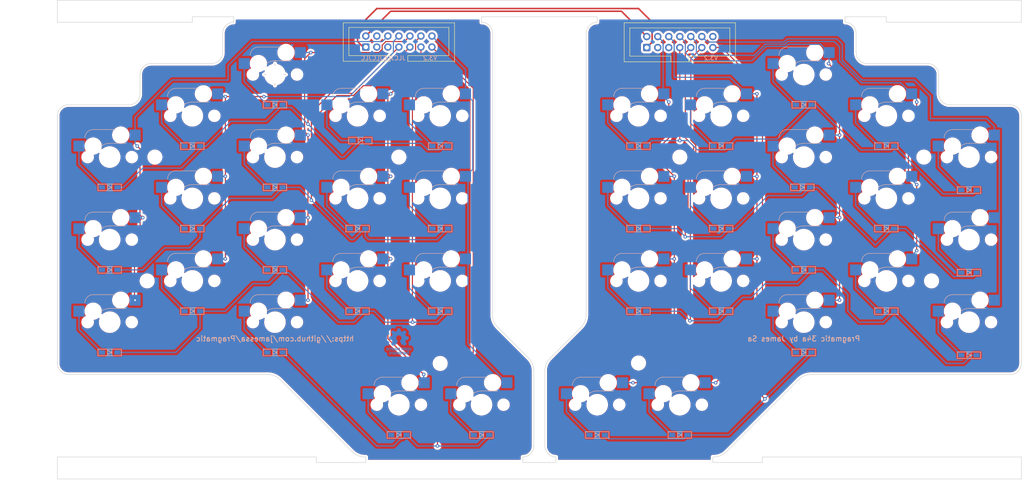
<source format=kicad_pcb>
(kicad_pcb (version 20211014) (generator pcbnew)
  (title_block (title "Pragmatic 34 input module") (date "2022-06-16") (rev "3.1") (company "James Sa"))
  (layers (0 "F.Cu" signal) (31 "B.Cu" signal) (34 "B.Paste" user) (35 "F.Paste" user) (36 "B.SilkS" user "B.Silkscreen") (37 "F.SilkS" user "F.Silkscreen") (38 "B.Mask" user) (39 "F.Mask" user) (44 "Edge.Cuts" user))
  (net 0 "")
  (net 1 "Net-(D1-Pad2)")
  (net 2 "Net-(D6-Pad2)")
  (net 3 "Net-(D2-Pad2)")
  (net 4 "Net-(D7-Pad2)")
  (net 5 "Net-(D12-Pad2)")
  (net 6 "Net-(D8-Pad2)")
  (net 7 "VCC")
  (net 8 "Col3")
  (net 9 "Col2")
  (net 10 "Row3")
  (net 11 "GND")
  (net 12 "Row4")
  (net 13 "Row5")
  (net 14 "Row6")
  (net 15 "Col6")
  (net 16 "Col5")
  (net 17 "Col4")
  (net 18 "Net-(D3-Pad2)")
  (net 19 "Net-(D4-Pad2)")
  (net 20 "Net-(D5-Pad2)")
  (net 21 "Net-(D18-Pad2)")
  (net 22 "Net-(D9-Pad2)")
  (net 23 "Net-(D10-Pad2)")
  (net 24 "Net-(D11-Pad2)")
  (net 25 "Net-(D13-Pad2)")
  (net 26 "Net-(D14-Pad2)")
  (net 27 "Net-(D15-Pad2)")
  (net 28 "Net-(D16-Pad2)")
  (net 29 "Net-(D17-Pad2)")
  (net 30 "Net-(D22-Pad2)")
  (net 31 "Net-(D23-Pad2)")
  (net 32 "Net-(D19-Pad2)")
  (net 33 "Net-(D20-Pad2)")
  (net 34 "Net-(D21-Pad2)")
  (net 35 "Net-(D24-Pad2)")
  (net 36 "Net-(D25-Pad2)")
  (net 37 "Net-(D26-Pad2)")
  (net 38 "Net-(D27-Pad2)")
  (net 39 "Net-(D28-Pad2)")
  (net 40 "Net-(D29-Pad2)")
  (net 41 "Net-(D30-Pad2)")
  (net 42 "Net-(D31-Pad2)")
  (net 43 "Net-(D32-Pad2)")
  (net 44 "Net-(D33-Pad2)")
  (net 45 "Net-(D34-Pad2)")
  (net 46 "Col7")
  (net 47 "Col8")
  (net 48 "Col9")
  (net 49 "Col10")
  (net 50 "Col11")
  (net 51 "Row3'")
  (net 52 "Row4'")
  (net 53 "Row5'")
  (net 54 "Row6'")
  (net 61 "Net-(D37-Pad2)")
  (net 62 "Net-(D38-Pad2)")
  (footprint "Keyboard_JSA:MX_Hotswap" (layer "F.Cu") (at 57.15 76.2)
    (fp_text reference "SW1" hide)
    (fp_text value "SW_Push" hide)
  )
  (footprint "Keyboard_JSA:MX_Hotswap" (layer "F.Cu") (at 198.12 66.675)
    (fp_text reference "SW7" hide)
    (fp_text value "SW_Push" hide)
  )
  (footprint "Keyboard_JSA:MX_Hotswap" (layer "F.Cu") (at 217.17 57.15)
    (fp_text reference "SW8" hide)
    (fp_text value "SW_Push" hide)
  )
  (footprint "Keyboard_JSA:MX_Hotswap" (layer "F.Cu") (at 76.2 66.675)
    (fp_text reference "SW2" hide)
    (fp_text value "SW_Push" hide)
  )
  (footprint "Keyboard_JSA:MX_Hotswap" (layer "F.Cu") (at 95.25 57.15)
    (fp_text reference "SW3" hide)
    (fp_text value "SW_Push" hide)
  )
  (footprint "Keyboard_JSA:MX_Hotswap" (layer "F.Cu") (at 114.3 66.675)
    (fp_text reference "SW4" hide)
    (fp_text value "SW_Push" hide)
  )
  (footprint "Keyboard_JSA:MX_Hotswap" (layer "F.Cu") (at 133.35 66.675)
    (fp_text reference "SW5" hide)
    (fp_text value "SW_Push" hide)
  )
  (footprint "Keyboard_JSA:MX_Hotswap" (layer "F.Cu") (at 236.22 66.675)
    (fp_text reference "SW9" hide)
    (fp_text value "SW_Push" hide)
  )
  (footprint "Keyboard_JSA:MX_Hotswap" (layer "F.Cu") (at 255.27 76.2)
    (fp_text reference "SW10" hide)
    (fp_text value "SW_Push" hide)
  )
  (footprint "Keyboard_JSA:MX_Hotswap" (layer "F.Cu") (at 57.15 95.25)
    (fp_text reference "SW11" hide)
    (fp_text value "SW_Push" hide)
  )
  (footprint "Keyboard_JSA:MX_Hotswap" (layer "F.Cu") (at 95.25 76.2)
    (fp_text reference "SW13" hide)
    (fp_text value "SW_Push" hide)
  )
  (footprint "Keyboard_JSA:MX_Hotswap" (layer "F.Cu") (at 114.3 85.725)
    (fp_text reference "SW14" hide)
    (fp_text value "SW_Push" hide)
  )
  (footprint "Keyboard_JSA:MX_Hotswap" (layer "F.Cu") (at 133.35 85.725)
    (fp_text reference "SW15" hide)
    (fp_text value "SW_Push" hide)
  )
  (footprint "Keyboard_JSA:MX_Hotswap" (layer "F.Cu") (at 179.07 85.725)
    (fp_text reference "SW16" hide)
    (fp_text value "SW_Push" hide)
  )
  (footprint "Keyboard_JSA:MX_Hotswap" (layer "F.Cu") (at 198.12 85.725)
    (fp_text reference "SW17" hide)
    (fp_text value "SW_Push" hide)
  )
  (footprint "Keyboard_JSA:MX_Hotswap" (layer "F.Cu") (at 76.2 104.775)
    (fp_text reference "SW22" hide)
    (fp_text value "SW_Push" hide)
  )
  (footprint "Keyboard_JSA:MX_Hotswap" (layer "F.Cu") (at 95.25 95.25)
    (fp_text reference "SW23" hide)
    (fp_text value "SW_Push" hide)
  )
  (footprint "MountingHole:MountingHole_2.5mm" (layer "F.Cu") (at 67.564 76.2)
    (fp_text reference "H1")
    (fp_text value "MountingHole" hide)
  )
  (footprint "MountingHole:MountingHole_2.5mm" (layer "F.Cu") (at 65.786 104.775)
    (fp_text reference "H2")
    (fp_text value "MountingHole" hide)
  )
  (footprint "MountingHole:MountingHole_2.5mm" (layer "F.Cu") (at 123.825 76.2)
    (fp_text reference "H3")
    (fp_text value "MountingHole")
  )
  (footprint "Connector_IDC:IDC-Header_2x07_P2.54mm_Vertical" (layer "F.Cu") (at 116.205 50.8 90)
    (fp_text reference "J1" hide)
    (fp_text value "Hand-Soldering")
  )
  (footprint "Keyboard_JSA:MX_Hotswap" (layer "F.Cu") (at 217.17 95.25)
    (fp_text reference "SW28" hide)
    (fp_text value "SW_Push" hide)
  )
  (footprint "MountingHole:MountingHole_2.5mm" (layer "F.Cu") (at 179.07 123.7234)
    (fp_text reference "H6")
    (fp_text value "MountingHole" hide)
  )
  (footprint "Keyboard_JSA:MX_Hotswap" (layer "F.Cu") (at 169.545 133.35)
    (fp_text reference "SW33" hide)
    (fp_text value "SW_Push" hide)
  )
  (footprint "Keyboard_JSA:MX_Hotswap" (layer "F.Cu") (at 255.27 95.25)
    (fp_text reference "SW20" hide)
    (fp_text value "SW_Push" hide)
  )
  (footprint "Keyboard_JSA:MX_Hotswap" (layer "F.Cu") (at 236.22 85.725)
    (fp_text reference "SW19" hide)
    (fp_text value "SW_Push" hide)
  )
  (footprint "Keyboard_JSA:MX_Hotswap" (layer "F.Cu") (at 179.07 104.775)
    (fp_text reference "SW26" hide)
    (fp_text value "SW_Push" hide)
  )
  (footprint "Keyboard_JSA:MX_Hotswap" (layer "F.Cu") (at 123.825 133.35)
    (fp_text reference "SW31" hide)
    (fp_text value "SW_Push" hide)
  )
  (footprint "Keyboard_JSA:MX_Hotswap" (layer "F.Cu") (at 188.595 133.35)
    (fp_text reference "SW34" hide)
    (fp_text value "SW_Push" hide)
  )
  (footprint "Keyboard_JSA:MX_Hotswap" (layer "F.Cu") (at 198.12 104.775)
    (fp_text reference "SW27" hide)
    (fp_text value "SW_Push" hide)
  )
  (footprint "Connector_IDC:IDC-Header_2x07_P2.54mm_Vertical" (layer "F.Cu") (at 180.975 50.9175 90)
    (fp_text reference "J2")
    (fp_text value "Hand-Soldering")
  )
  (footprint "Keyboard_JSA:MX_Hotswap" (layer "F.Cu") (at 236.22 104.775)
    (fp_text reference "SW29" hide)
    (fp_text value "SW_Push" hide)
  )
  (footprint "MountingHole:MountingHole_2.5mm" (layer "F.Cu") (at 244.856 76.2)
    (fp_text reference "H4")
    (fp_text value "MountingHole" hide)
  )
  (footprint "Keyboard_JSA:MX_Hotswap" (layer "F.Cu") (at 95.25 114.3)
    (fp_text reference "SW37" hide)
    (fp_text value "SW_Push" hide)
  )
  (footprint "MountingHole:MountingHole_2.5mm" (layer "F.Cu") (at 246.634 104.775)
    (fp_text reference "H7")
    (fp_text value "MountingHole" hide)
  )
  (footprint "Keyboard_JSA:MX_Hotswap" (layer "F.Cu") (at 114.3 104.775)
    (fp_text reference "SW24" hide)
    (fp_text value "SW_Push" hide)
  )
  (footprint "Keyboard_JSA:MX_Hotswap" (layer "F.Cu") (at 57.15 114.3)
    (fp_text reference "SW21" hide)
    (fp_text value "SW_Push" hide)
  )
  (footprint "Keyboard_JSA:MX_Hotswap" (layer "F.Cu") (at 133.35 104.775)
    (fp_text reference "SW25" hide)
    (fp_text value "SW_Push" hide)
  )
  (footprint "Keyboard_JSA:MX_Hotswap" (layer "F.Cu") (at 255.27 114.3)
    (fp_text reference "SW30" hide)
    (fp_text value "SW_Push" hide)
  )
  (footprint "Keyboard_JSA:MX_Hotswap" (layer "F.Cu") (at 76.2 85.725)
    (fp_text reference "SW12" hide)
    (fp_text value "SW_Push" hide)
  )
  (footprint "Keyboard_JSA:MX_Hotswap" (layer "F.Cu") (at 179.07 66.675)
    (fp_text reference "SW6" hide)
    (fp_text value "SW_Push" hide)
  )
  (footprint "MountingHole:MountingHole_2.5mm" (layer "F.Cu") (at 188.595 76.2)
    (fp_text reference "H8")
    (fp_text value "MountingHole" hide)
  )
  (footprint "MountingHole:MountingHole_2.5mm" (layer "F.Cu") (at 133.35 123.825)
    (fp_text reference "H5")
    (fp_text value "MountingHole" hide)
  )
  (footprint "Keyboard_JSA:MX_Hotswap" (layer "F.Cu") (at 217.17 76.2)
    (fp_text reference "SW18" hide)
    (fp_text value "SW_Push" hide)
  )
  (footprint "Keyboard_JSA:MX_Hotswap" (layer "F.Cu") (at 142.875 133.35)
    (fp_text reference "SW32" hide)
    (fp_text value "SW_Push" hide)
  )
  (footprint "Keyboard_JSA:MX_Hotswap" (layer "F.Cu") (at 217.17 114.3)
    (fp_text reference "SW38" hide)
    (fp_text value "SW_Push" hide)
  )
  (footprint "Keyboard_Foostan:D3_SMD_v2" (layer "B.Cu") (at 57.15 83.185 180)
    (fp_text reference "D1" hide)
    (fp_text value "1N4148" hide)
  )
  (footprint "Keyboard_Foostan:D3_SMD_v2" (layer "B.Cu") (at 198.12 73.66 180)
    (fp_text reference "D7" hide)
    (fp_text value "1N4148" hide)
  )
  (footprint "Keyboard_Foostan:D3_SMD_v2" (layer "B.Cu") (at 217.17 64.135 180)
    (fp_text reference "D8" hide)
    (fp_text value "1N4148" hide)
  )
  (footprint "Keyboard_Foostan:D3_SMD_v2" (layer "B.Cu") (at 76.2 73.66 180)
    (fp_text reference "D2" hide)
    (fp_text value "1N4148" hide)
  )
  (footprint "Keyboard_Foostan:D3_SMD_v2" (layer "B.Cu") (at 95.25 64.135 180)
    (fp_text reference "D3" hide)
    (fp_text value "1N4148" hide)
  )
  (footprint "Keyboard_Foostan:D3_SMD_v2" (layer "B.Cu") (at 114.935 72.39 180)
    (fp_text reference "D4" hide)
    (fp_text value "1N4148" hide)
  )
  (footprint "Keyboard_Foostan:D3_SMD_v2" (layer "B.Cu") (at 133.35 73.66 180)
    (fp_text reference "D5" hide)
    (fp_text value "1N4148" hide)
  )
  (footprint "Keyboard_Foostan:D3_SMD_v2" (layer "B.Cu") (at 236.22 73.66 180)
    (fp_text reference "D9" hide)
    (fp_text value "1N4148" hide)
  )
  (footprint "Keyboard_Foostan:D3_SMD_v2" (layer "B.Cu") (at 255.27 83.82 180)
    (fp_text reference "D10" hide)
    (fp_text value "1N4148" hide)
  )
  (footprint "Keyboard_Foostan:D3_SMD_v2" (layer "B.Cu") (at 57.15 102.235 180)
    (fp_text reference "D11" hide)
    (fp_text value "1N4148" hide)
  )
  (footprint "Keyboard_Foostan:D3_SMD_v2" (layer "B.Cu") (at 95.25 83.185 180)
    (fp_text reference "D13" hide)
    (fp_text value "1N4148" hide)
  )
  (footprint "Keyboard_Foostan:D3_SMD_v2" (layer "B.Cu") (at 114.3 92.71 180)
    (fp_text reference "D14" hide)
    (fp_text value "1N4148" hide)
  )
  (footprint "Keyboard_Foostan:D3_SMD_v2" (layer "B.Cu") (at 133.35 92.71 180)
    (fp_text reference "D15" hide)
    (fp_text value "1N4148" hide)
  )
  (footprint "Keyboard_Foostan:D3_SMD_v2" (layer "B.Cu") (at 179.07 92.71 180)
    (fp_text reference "D16" hide)
    (fp_text value "1N4148" hide)
  )
  (footprint "Keyboard_Foostan:D3_SMD_v2" (layer "B.Cu") (at 198.12 92.71 180)
    (fp_text reference "D17" hide)
    (fp_text value "1N4148" hide)
  )
  (footprint "Keyboard_Foostan:D3_SMD_v2" (layer "B.Cu") (at 76.2 111.76 180)
    (fp_text reference "D22" hide)
    (fp_text value "1N4148" hide)
  )
  (footprint "Keyboard_Foostan:D3_SMD_v2" (layer "B.Cu") (at 95.25 102.235 180)
    (fp_text reference "D23" hide)
    (fp_text value "1N4148" hide)
  )
  (footprint "Keyboard_Foostan:D3_SMD_v2" (layer "B.Cu") (at 198.12 111.76 180)
    (fp_text reference "D27" hide)
    (fp_text value "1N4148" hide)
  )
  (footprint "Keyboard_Foostan:D3_SMD_v2" (layer "B.Cu") (at 255.27 102.87 180)
    (fp_text reference "D20" hide)
    (fp_text value "1N4148" hide)
  )
  (footprint "Keyboard_Foostan:D3_SMD_v2" (layer "B.Cu") (at 57.15 121.285 180)
    (fp_text reference "D21" hide)
    (fp_text value "1N4148" hide)
  )
  (footprint "Keyboard_Foostan:D3_SMD_v2" (layer "B.Cu") (at 217.17 102.235 180)
    (fp_text reference "D28" hide)
    (fp_text value "1N4148" hide)
  )
  (footprint "Keyboard_Foostan:D3_SMD_v2" (layer "B.Cu") (at 133.35 111.76 180)
    (fp_text reference "D25" hide)
    (fp_text value "1N4148" hide)
  )
  (footprint "Keyboard_Foostan:D3_SMD_v2" (layer "B.Cu") (at 76.2 92.71 180)
    (fp_text reference "D12" hide)
    (fp_text value "1N4148" hide)
  )
  (footprint "Keyboard_Foostan:D3_SMD_v2" (layer "B.Cu") (at 169.545 140.335 180)
    (fp_text reference "D33" hide)
    (fp_text value "1N4148" hide)
  )
  (footprint "Keyboard_Foostan:D3_SMD_v2" (layer "B.Cu") (at 179.07 111.76 180)
    (fp_text reference "D26" hide)
    (fp_text value "1N4148" hide)
  )
  (footprint "Keyboard_Foostan:D3_SMD_v2" (layer "B.Cu") (at 142.875 140.335 180)
    (fp_text reference "D32" hide)
    (fp_text value "1N4148" hide)
  )
  (footprint "Keyboard_Foostan:D3_SMD_v2" (layer "B.Cu") (at 114.3 111.76 180)
    (fp_text reference "D24" hide)
    (fp_text value "1N4148" hide)
  )
  (footprint "Keyboard_Foostan:D3_SMD_v2" (layer "B.Cu") (at 236.22 111.76 180)
    (fp_text reference "D29" hide)
    (fp_text value "1N4148" hide)
  )
  (footprint "Keyboard_Foostan:D3_SMD_v2" (layer "B.Cu") (at 188.595 140.335 180)
    (fp_text reference "D34" hide)
    (fp_text value "1N4148" hide)
  )
  (footprint "Symbol:KiCad-Logo2_5mm_Copper" (layer "B.Cu") (at 188.600617 119.801468 180)
    (fp_text reference "REF**" hide)
    (fp_text value "KiCad-Logo2_5mm_Copper" hide)
  )
  (footprint "Keyboard_Foostan:D3_SMD_v2" (layer "B.Cu") (at 236.22 92.71 180)
    (fp_text reference "D19" hide)
    (fp_text value "1N4148" hide)
  )
  (footprint "Keyboard_Foostan:D3_SMD_v2" (layer "B.Cu") (at 123.825 140.335 180)
    (fp_text reference "D31" hide)
    (fp_text value "1N4148" hide)
  )
  (footprint "Keyboard_Foostan:D3_SMD_v2" (layer "B.Cu") (at 95.25 121.285 180)
    (fp_text reference "D37" hide)
    (fp_text value "1N4148" hide)
  )
  (footprint "Keyboard_Foostan:D3_SMD_v2" (layer "B.Cu") (at 216.85 83.185 180)
    (fp_text reference "D18" hide)
    (fp_text value "1N4148" hide)
  )
  (footprint "Symbol:OSHW-Logo_5.7x6mm_Copper" (layer "B.Cu") (at 123.825 118.745 180)
    (fp_text reference "LOGO1" hide)
    (fp_text value "Logo_Open_Hardware_Small" hide)
  )
  (footprint "Keyboard_Foostan:D3_SMD_v2" (layer "B.Cu") (at 255.27 121.92 180)
    (fp_text reference "D30" hide)
    (fp_text value "1N4148" hide)
  )
  (footprint "Keyboard_Foostan:D3_SMD_v2" (layer "B.Cu") (at 179.07 73.66 180)
    (fp_text reference "D6" hide)
    (fp_text value "1N4148" hide)
  )
  (footprint "Keyboard_Foostan:D3_SMD_v2" (layer "B.Cu") (at 217.17 121.285 180)
    (fp_text reference "D38" hide)
    (fp_text value "1N4148" hide)
  )
  (gr_line (start 267.335 145.415) (end 207.645 145.415) (layer "Edge.Cuts") (width 0.12))
  (gr_arc (start 146.685 115.57) (mid 145.710394 114.118342) (end 145.415 112.395) (layer "Edge.Cuts") (width 0.12))
  (gr_line (start 207.645 146.685) (end 207.645 145.415) (layer "Edge.Cuts") (width 0.12))
  (gr_line (start 116.205 146.685) (end 104.775 146.685) (layer "Edge.Cuts") (width 0.12))
  (gr_line (start 45.085 145.415) (end 45.085 150.495) (layer "Edge.Cuts") (width 0.12))
  (gr_arc (start 153.67 122.555) (mid 154.644606 124.006658) (end 154.94 125.73) (layer "Edge.Cuts") (width 0.12))
  (gr_line (start 267.335 40.005) (end 267.335 45.085) (layer "Edge.Cuts") (width 0.12))
  (gr_arc (start 215.9 127.635) (mid 217.351658 126.660394) (end 219.075 126.365) (layer "Edge.Cuts") (width 0.12))
  (gr_arc (start 250.825 64.135) (mid 249.028949 63.391051) (end 248.285 61.595) (layer "Edge.Cuts") (width 0.12))
  (gr_line (start 264.795 64.135) (end 250.825 64.135) (layer "Edge.Cuts") (width 0.12))
  (gr_line (start 45.085 66.675) (end 45.085 123.825) (layer "Edge.Cuts") (width 0.12))
  (gr_arc (start 167.005 112.395) (mid 166.709607 114.118343) (end 165.735 115.57) (layer "Edge.Cuts") (width 0.12))
  (gr_line (start 85.725 45.085) (end 85.725 43.815) (layer "Edge.Cuts") (width 0.12))
  (gr_arc (start 267.335 123.825) (mid 266.591051 125.621051) (end 264.795 126.365) (layer "Edge.Cuts") (width 0.12))
  (gr_line (start 142.875 43.815) (end 169.545 43.815) (layer "Edge.Cuts") (width 0.12))
  (gr_line (start 267.335 123.825) (end 267.335 66.675) (layer "Edge.Cuts") (width 0.12))
  (gr_arc (start 45.085 66.675) (mid 45.828949 64.878949) (end 47.625 64.135) (layer "Edge.Cuts") (width 0.12))
  (gr_line (start 229.235 52.07) (end 229.235 47.625) (layer "Edge.Cuts") (width 0.12))
  (gr_arc (start 116.205 145.415) (mid 114.481658 145.119606) (end 113.03 144.145) (layer "Edge.Cuts") (width 0.12))
  (gr_line (start 267.335 40.005) (end 45.085 40.005) (layer "Edge.Cuts") (width 0.12))
  (gr_line (start 116.205 145.415) (end 116.205 146.685) (layer "Edge.Cuts") (width 0.12))
  (gr_arc (start 93.345 126.365) (mid 95.068342 126.660394) (end 96.52 127.635) (layer "Edge.Cuts") (width 0.12))
  (gr_line (start 215.9 127.635) (end 199.39 144.145) (layer "Edge.Cuts") (width 0.12))
  (gr_line (start 76.2 43.815) (end 76.2 45.085) (layer "Edge.Cuts") (width 0.12))
  (gr_line (start 45.085 45.085) (end 45.085 40.005) (layer "Edge.Cuts") (width 0.12))
  (gr_line (start 152.4 146.685) (end 160.02 146.685) (layer "Edge.Cuts") (width 0.12))
  (gr_arc (start 64.135 61.595) (mid 63.391051 63.391051) (end 61.595 64.135) (layer "Edge.Cuts") (width 0.12))
  (gr_line (start 80.645 54.61) (end 66.675 54.61) (layer "Edge.Cuts") (width 0.12))
  (gr_arc (start 226.695 45.085) (mid 228.491051 45.828949) (end 229.235 47.625) (layer "Edge.Cuts") (width 0.12))
  (gr_line (start 219.075 126.365) (end 264.795 126.365) (layer "Edge.Cuts") (width 0.12))
  (gr_line (start 236.22 43.815) (end 226.695 43.815) (layer "Edge.Cuts") (width 0.12))
  (gr_line (start 113.03 144.145) (end 96.52 127.635) (layer "Edge.Cuts") (width 0.12))
  (gr_arc (start 47.625 126.365) (mid 45.828949 125.621051) (end 45.085 123.825) (layer "Edge.Cuts") (width 0.12))
  (gr_arc (start 83.185 52.07) (mid 82.441051 53.866051) (end 80.645 54.61) (layer "Edge.Cuts") (width 0.12))
  (gr_arc (start 64.135 57.15) (mid 64.878949 55.353949) (end 66.675 54.61) (layer "Edge.Cuts") (width 0.12))
  (gr_line (start 169.545 43.815) (end 169.545 45.085) (layer "Edge.Cuts") (width 0.12))
  (gr_arc (start 160.02 145.415) (mid 158.223949 144.671051) (end 157.48 142.875) (layer "Edge.Cuts") (width 0.12))
  (gr_line (start 61.595 64.135) (end 47.625 64.135) (layer "Edge.Cuts") (width 0.12))
  (gr_line (start 47.625 126.365) (end 93.345 126.365) (layer "Edge.Cuts") (width 0.12))
  (gr_arc (start 264.795 64.135) (mid 266.591051 64.878949) (end 267.335 66.675) (layer "Edge.Cuts") (width 0.12))
  (gr_line (start 104.775 145.415) (end 104.775 146.685) (layer "Edge.Cuts") (width 0.12))
  (gr_arc (start 245.745 54.61) (mid 247.541051 55.353949) (end 248.285 57.15) (layer "Edge.Cuts") (width 0.12))
  (gr_line (start 226.695 43.815) (end 226.695 45.085) (layer "Edge.Cuts") (width 0.12))
  (gr_arc (start 83.185 47.625) (mid 83.928949 45.828949) (end 85.725 45.085) (layer "Edge.Cuts") (width 0.12))
  (gr_arc (start 157.48 125.73) (mid 157.775393 124.006657) (end 158.75 122.555) (layer "Edge.Cuts") (width 0.12))
  (gr_line (start 267.335 45.085) (end 236.22 45.085) (layer "Edge.Cuts") (width 0.12))
  (gr_line (start 157.48 142.875) (end 157.48 125.73) (layer "Edge.Cuts") (width 0.12))
  (gr_line (start 85.725 43.815) (end 76.2 43.815) (layer "Edge.Cuts") (width 0.12))
  (gr_line (start 153.67 122.555) (end 146.685 115.57) (layer "Edge.Cuts") (width 0.12))
  (gr_line (start 152.4 145.415) (end 152.4 146.685) (layer "Edge.Cuts") (width 0.12))
  (gr_arc (start 199.39 144.145) (mid 197.938342 145.119606) (end 196.215 145.415) (layer "Edge.Cuts") (width 0.12))
  (gr_line (start 83.185 47.625) (end 83.185 52.07) (layer "Edge.Cuts") (width 0.12))
  (gr_line (start 167.005 47.625) (end 167.005 112.395) (layer "Edge.Cuts") (width 0.12))
  (gr_line (start 104.775 145.415) (end 45.085 145.415) (layer "Edge.Cuts") (width 0.12))
  (gr_line (start 160.02 146.685) (end 160.02 145.415) (layer "Edge.Cuts") (width 0.12))
  (gr_line (start 196.215 146.685) (end 196.215 145.415) (layer "Edge.Cuts") (width 0.12))
  (gr_line (start 165.735 115.57) (end 158.75 122.555) (layer "Edge.Cuts") (width 0.12))
  (gr_arc (start 231.775 54.61) (mid 229.978949 53.866051) (end 229.235 52.07) (layer "Edge.Cuts") (width 0.12))
  (gr_arc (start 154.94 142.875) (mid 154.196051 144.671051) (end 152.4 145.415) (layer "Edge.Cuts") (width 0.12))
  (gr_line (start 154.94 125.73) (end 154.94 142.875) (layer "Edge.Cuts") (width 0.12))
  (gr_line (start 267.335 150.495) (end 45.085 150.495) (layer "Edge.Cuts") (width 0.12))
  (gr_line (start 267.335 150.495) (end 267.335 145.415) (layer "Edge.Cuts") (width 0.12))
  (gr_line (start 236.22 45.085) (end 236.22 43.815) (layer "Edge.Cuts") (width 0.12))
  (gr_line (start 76.2 45.085) (end 45.085 45.085) (layer "Edge.Cuts") (width 0.12))
  (gr_arc (start 167.005 47.625) (mid 167.748949 45.828949) (end 169.545 45.085) (layer "Edge.Cuts") (width 0.12))
  (gr_line (start 142.875 45.085) (end 142.875 43.815) (layer "Edge.Cuts") (width 0.12))
  (gr_line (start 245.745 54.61) (end 231.775 54.61) (layer "Edge.Cuts") (width 0.12))
  (gr_line (start 64.135 57.15) (end 64.135 61.595) (layer "Edge.Cuts") (width 0.12))
  (gr_line (start 248.285 61.595) (end 248.285 57.15) (layer "Edge.Cuts") (width 0.12))
  (gr_line (start 145.415 112.395) (end 145.415 47.625) (layer "Edge.Cuts") (width 0.12))
  (gr_arc (start 142.875 45.085) (mid 144.671051 45.828949) (end 145.415 47.625) (layer "Edge.Cuts") (width 0.12))
  (gr_line (start 207.645 146.685) (end 196.215 146.685) (layer "Edge.Cuts") (width 0.12))
  (gr_text "Pragmatic 34a by James Sa" (at 217.17 118.11) (layer "B.SilkS") (effects (font (size 1.2 1.2) (thickness 0.2)) (justify mirror)))
  (gr_text "김" (at 68.58 93.98) (layer "B.SilkS") (effects (font (size 1 1)) (justify mirror)))
  (gr_text "JLCJLCJLCJLC" (at 114.935 53.34) (layer "B.SilkS") (effects (font (size 1.016 1)) (justify right mirror)))
  (gr_text "https://github.com/jamessa/Pragmatic" (at 95.25 118.11) (layer "B.SilkS") (effects (font (size 1.2 1.2) (thickness 0.2)) (justify mirror)))
  (gr_text "김" (at 67.31 94.615) (layer "B.SilkS") (effects (font (size 1.5 1.5)) (justify mirror)))
  (gr_text "V3.2" (at 132.715 53.34) (layer "B.SilkS") (effects (font (size 1 1)) (justify left mirror)))
  (gr_text "V3.2" (at 197.485 53.34) (layer "B.SilkS") (effects (font (size 1 1)) (justify left mirror)))
  (target plus (at 95.25 57.15) (size 5) (width 0.12) (layer "Edge.Cuts"))
  (target plus (at 95.25 57.15) (size 5) (width 0.12) (layer "Edge.Cuts"))
  (segment (start 50.065 77.875) (end 55.375 83.185) (width 0.25) (layer "B.Cu") (net 1))
  (segment (start 50.065 73.66) (end 50.065 77.875) (width 0.25) (layer "B.Cu") (net 1))
  (segment (start 171.985 64.135) (end 171.985 68.35) (width 0.25) (layer "B.Cu") (net 2))
  (segment (start 171.985 68.35) (end 177.295 73.66) (width 0.25) (layer "B.Cu") (net 2))
  (segment (start 69.115 64.135) (end 69.115 68.35) (width 0.25) (layer "B.Cu") (net 3))
  (segment (start 69.115 68.35) (end 74.425 73.66) (width 0.25) (layer "B.Cu") (net 3))
  (segment (start 196.345 73.66) (end 191.035 68.35) (width 0.25) (layer "B.Cu") (net 4))
  (segment (start 191.035 68.35) (end 191.035 64.135) (width 0.25) (layer "B.Cu") (net 4))
  (segment (start 69.115 87.4) (end 74.425 92.71) (width 0.25) (layer "B.Cu") (net 5))
  (segment (start 69.115 83.185) (end 69.115 87.4) (width 0.25) (layer "B.Cu") (net 5))
  (segment (start 215.395 64.135) (end 210.085 58.825) (width 0.25) (layer "B.Cu") (net 6))
  (segment (start 210.085 58.825) (end 210.085 54.61) (width 0.25) (layer "B.Cu") (net 6))
  (segment (start 182.2028 45.1272) (end 182.245 45.085) (width 0.3556) (layer "F.Cu") (net 7))
  (segment (start 182.245 45.085) (end 179.07 41.91) (width 0.3556) (layer "F.Cu") (net 7))
  (segment (start 180.975 50.9175) (end 182.2028 49.6897) (width 0.3556) (layer "F.Cu") (net 7))
  (segment (start 114.3 46.355) (end 114.3 49.53) (width 0.3556) (layer "F.Cu") (net 7))
  (segment (start 114.3 49.53) (end 115.57 50.8) (width 0.3556) (layer "F.Cu") (net 7))
  (segment (start 182.2028 49.6897) (end 182.2028 45.1272) (width 0.3556) (layer "F.Cu") (net 7))
  (segment (start 179.07 41.91) (end 118.745 41.91) (width 0.3556) (layer "F.Cu") (net 7))
  (segment (start 115.57 50.8) (end 116.205 50.8) (width 0.3556) (layer "F.Cu") (net 7))
  (segment (start 118.745 41.91) (end 114.3 46.355) (width 0.3556) (layer "F.Cu") (net 7))
  (segment (start 92.71 62.23) (end 83.82 62.23) (width 0.25) (layer "F.Cu") (net 8))
  (segment (start 83.82 80.645) (end 83.82 99.695) (width 0.25) (layer "F.Cu") (net 8))
  (segment (start 83.82 62.23) (end 83.82 80.645) (width 0.25) (layer "F.Cu") (net 8))
  (via (at 92.71 62.23) (size 0.8) (drill 0.4) (layers "F.Cu" "B.Cu") (net 8))
  (via (at 83.82 62.23) (size 0.8) (drill 0.4) (layers "F.Cu" "B.Cu") (net 8))
  (via (at 83.82 80.645) (size 0.8) (drill 0.4) (layers "F.Cu" "B.Cu") (net 8))
  (via (at 83.82 99.695) (size 0.8) (drill 0.4) (layers "F.Cu" "B.Cu") (net 8))
  (segment (start 123.825 48.26) (end 122.555 49.53) (width 0.25) (layer "B.Cu") (net 8))
  (segment (start 83.82 99.695) (end 82.042 99.695) (width 0.25) (layer "B.Cu") (net 8))
  (segment (start 83.82 62.23) (end 82.677 62.23) (width 0.25) (layer "B.Cu") (net 8))
  (segment (start 122.555 52.07) (end 112.395 62.23) (width 0.25) (layer "B.Cu") (net 8))
  (segment (start 83.82 80.645) (end 82.042 80.645) (width 0.25) (layer "B.Cu") (net 8))
  (segment (start 112.395 62.23) (end 92.71 62.23) (width 0.25) (layer "B.Cu") (net 8))
  (segment (start 122.555 49.53) (end 122.555 52.07) (width 0.25) (layer "B.Cu") (net 8))
  (segment (start 82.677 62.23) (end 82.042 61.595) (width 0.25) (layer "B.Cu") (net 8))
  (segment (start 64.135 74.295) (end 64.135 89.535) (width 0.25) (layer "F.Cu") (net 9))
  (segment (start 63.5 73.66) (end 64.135 74.295) (width 0.25) (layer "F.Cu") (net 9))
  (segment (start 62.865 101.6) (end 62.865 109.093) (width 0.25) (layer "F.Cu") (net 9))
  (segment (start 64.160999 100.304001) (end 62.865 101.6) (width 0.25) (layer "F.Cu") (net 9))
  (segment (start 64.135 89.535) (end 64.77 90.17) (width 0.25) (layer "F.Cu") (net 9))
  (segment (start 62.865 109.093) (end 62.992 109.22) (width 0.25) (layer "F.Cu") (net 9))
  (segment (start 64.77 90.17) (end 64.160999 90.779001) (width 0.25) (layer "F.Cu") (net 9))
  (segment (start 64.160999 90.779001) (end 64.160999 100.304001) (width 0.25) (layer "F.Cu") (net 9))
  (via (at 64.77 90.17) (size 0.8) (drill 0.4) (layers "F.Cu" "B.Cu") (net 9))
  (via (at 62.992 109.22) (size 0.8) (drill 0.4) (layers "F.Cu" "B.Cu") (net 9))
  (via (at 63.5 73.66) (size 0.8) (drill 0.4) (layers "F.Cu" "B.Cu") (net 9))
  (segment (start 89.962 49.53) (end 84.455 55.037) (width 0.25) (layer "B.Cu") (net 9))
  (segment (start 62.992 66.975) (end 62.992 71.12) (width 0.25) (layer "B.Cu") (net 9))
  (segment (start 62.992 71.12) (end 62.992 73.152) (width 0.25) (layer "B.Cu") (net 9))
  (segment (start 84.455 55.037) (end 84.455 58.42) (width 0.25) (layer "B.Cu") (net 9))
  (segment (start 64.77 90.17) (end 62.992 90.17) (width 0.25) (layer "B.Cu") (net 9))
  (segment (start 71.547 58.42) (end 62.992 66.975) (width 0.25) (layer "B.Cu") (net 9))
  (segment (start 84.455 58.42) (end 71.547 58.42) (width 0.25) (layer "B.Cu") (net 9))
  (segment (start 120.015 49.53) (end 89.962 49.53) (width 0.25) (layer "B.Cu") (net 9))
  (segment (start 121.285 48.26) (end 120.015 49.53) (width 0.25) (layer "B.Cu") (net 9))
  (segment (start 62.992 73.152) (end 63.5 73.66) (width 0.25) (layer "B.Cu") (net 9))
  (segment (start 113.141651 61.483349) (end 108.061651 61.483349) (width 0.25) (layer "F.Cu") (net 10))
  (segment (start 108.061651 61.483349) (end 102.87 66.675) (width 0.25) (layer "F.Cu") (net 10))
  (segment (start 102.87 66.675) (end 102.87 68.58) (width 0.25) (layer "F.Cu") (net 10))
  (segment (start 123.825 50.8) (end 113.141651 61.483349) (width 0.25) (layer "F.Cu") (net 10))
  (via (at 102.87 68.58) (size 0.8) (drill 0.4) (layers "F.Cu" "B.Cu") (net 10))
  (segment (start 130.496 74.539) (end 128.982 73.025) (width 0.25) (layer "B.Cu") (net 10))
  (segment (start 77.975 74.425) (end 73.66 78.74) (width 0.25) (layer "B.Cu") (net 10))
  (segment (start 110.49 76.2) (end 102.87 68.58) (width 0.25) (layer "B.Cu") (net 10))
  (segment (start 77.975 73.66) (end 77.975 74.425) (width 0.25) (layer "B.Cu") (net 10))
  (segment (start 135.255 73.66) (end 134.62 73.025) (width 0.25) (layer "B.Cu") (net 10))
  (segment (start 128.982 73.025) (end 117.345 73.025) (width 0.25) (layer "B.Cu") (net 10))
  (segment (start 111.125 76.2) (end 110.49 76.2) (width 0.25) (layer "B.Cu") (net 10))
  (segment (start 85.09 67.945) (end 79.375 73.66) (width 0.25) (layer "B.Cu") (net 10))
  (segment (start 97.155 64.77) (end 97.025 64.64) (width 0.25) (layer "B.Cu") (net 10))
  (segment (start 134.62 73.025) (end 133.106 74.539) (width 0.25) (layer "B.Cu") (net 10))
  (segment (start 135.125 73.66) (end 135.255 73.66) (width 0.25) (layer "B.Cu") (net 10))
  (segment (start 102.87 68.58) (end 99.06 64.77) (width 0.25) (layer "B.Cu") (net 10))
  (segment (start 73.66 78.74) (end 64.77 78.74) (width 0.25) (layer "B.Cu") (net 10))
  (segment (start 114.935 72.39) (end 111.125 76.2) (width 0.25) (layer "B.Cu") (net 10))
  (segment (start 60.325 83.185) (end 58.925 83.185) (width 0.25) (layer "B.Cu") (net 10))
  (segment (start 117.345 73.025) (end 116.71 72.39) (width 0.25) (layer "B.Cu") (net 10))
  (segment (start 97.025 64.64) (end 97.025 64.135) (width 0.25) (layer "B.Cu") (net 10))
  (segment (start 116.71 72.39) (end 114.935 72.39) (width 0.25) (layer "B.Cu") (net 10))
  (segment (start 93.215 67.945) (end 85.09 67.945) (width 0.25) (layer "B.Cu") (net 10))
  (segment (start 99.06 64.77) (end 97.155 64.77) (width 0.25) (layer "B.Cu") (net 10))
  (segment (start 97.025 64.135) (end 93.215 67.945) (width 0.25) (layer "B.Cu") (net 10))
  (segment (start 64.77 78.74) (end 60.325 83.185) (width 0.25) (layer "B.Cu") (net 10))
  (segment (start 79.375 73.66) (end 77.975 73.66) (width 0.25) (layer "B.Cu") (net 10))
  (segment (start 133.106 74.539) (end 130.496 74.539) (width 0.25) (layer "B.Cu") (net 10))
  (segment (start 121.92 42.545) (end 175.1425 42.545) (width 0.3556) (layer "F.Cu") (net 11))
  (segment (start 116.205 48.26) (end 121.92 42.545) (width 0.3556) (layer "F.Cu") (net 11))
  (segment (start 175.1425 42.545) (end 180.975 48.3775) (width 0.3556) (layer "F.Cu") (net 11))
  (segment (start 113.350208 61.98685) (end 109.540208 61.98685) (width 0.25) (layer "F.Cu") (net 12))
  (segment (start 126.365 50.8) (end 117.445001 59.719999) (width 0.25) (layer "F.Cu") (net 12))
  (segment (start 103.6485 67.878558) (end 103.6485 86.133924) (width 0.25) (layer "F.Cu") (net 12))
  (segment (start 115.617059 59.719999) (end 113.350208 61.98685) (width 0.25) (layer "F.Cu") (net 12))
  (segment (start 117.445001 59.719999) (end 115.617059 59.719999) (width 0.25) (layer "F.Cu") (net 12))
  (segment (start 109.540208 61.98685) (end 103.6485 67.878558) (width 0.25) (layer "F.Cu") (net 12))
  (via (at 103.6485 86.133924) (size 0.8) (drill 0.4) (layers "F.Cu" "B.Cu") (net 12))
  (segment (start 77.975 94.745) (end 75.565 97.155) (width 0.25) (layer "B.Cu") (net 12))
  (segment (start 103.6485 85.8685) (end 103.6485 86.133924) (width 0.25) (layer "B.Cu") (net 12))
  (segment (start 115.875 92.71) (end 113.335 95.25) (width 0.25) (layer "B.Cu") (net 12))
  (segment (start 116.075 94.485) (end 116.075 92.71) (width 0.25) (layer "B.Cu") (net 12))
  (segment (start 97.025 83.185) (end 97.025 83.315) (width 0.25) (layer "B.Cu") (net 12))
  (segment (start 97.025 83.315) (end 94.615 85.725) (width 0.25) (layer "B.Cu") (net 12))
  (segment (start 97.025 83.185) (end 100.965 83.185) (width 0.25) (layer "B.Cu") (net 12))
  (segment (start 132.585 95.25) (end 116.84 95.25) (width 0.25) (layer "B.Cu") (net 12))
  (segment (start 84.96 85.725) (end 77.975 92.71) (width 0.25) (layer "B.Cu") (net 12))
  (segment (start 77.975 92.71) (end 77.975 94.745) (width 0.25) (layer "B.Cu") (net 12))
  (segment (start 135.125 92.71) (end 132.585 95.25) (width 0.25) (layer "B.Cu") (net 12))
  (segment (start 116.84 95.25) (end 116.075 94.485) (width 0.25) (layer "B.Cu") (net 12))
  (segment (start 69.85 97.155) (end 64.77 102.235) (width 0.25) (layer "B.Cu") (net 12))
  (segment (start 75.565 97.155) (end 69.85 97.155) (width 0.25) (layer "B.Cu") (net 12))
  (segment (start 113.335 95.25) (end 112.764576 95.25) (width 0.25) (layer "B.Cu") (net 12))
  (segment (start 112.764576 95.25) (end 103.6485 86.133924) (width 0.25) (layer "B.Cu") (net 12))
  (segment (start 100.965 83.185) (end 103.6485 85.8685) (width 0.25) (layer "B.Cu") (net 12))
  (segment (start 116.075 92.71) (end 115.875 92.71) (width 0.25) (layer "B.Cu") (net 12))
  (segment (start 64.77 102.235) (end 58.925 102.235) (width 0.25) (layer "B.Cu") (net 12))
  (segment (start 94.615 85.725) (end 84.96 85.725) (width 0.25) (layer "B.Cu") (net 12))
  (segment (start 126.944999 57.282059) (end 126.944999 114.244999) (width 0.25) (layer "F.Cu") (net 13))
  (segment (start 128.905 55.322058) (end 126.944999 57.282059) (width 0.25) (layer "F.Cu") (net 13))
  (segment (start 128.905 50.8) (end 128.905 55.322058) (width 0.25) (layer "F.Cu") (net 13))
  (segment (start 126.944999 114.244999) (end 127 114.3) (width 0.25) (layer "F.Cu") (net 13))
  (via (at 127 114.3) (size 0.8) (drill 0.4) (layers "F.Cu" "B.Cu") (net 13))
  (segment (start 113.535 114.3) (end 109.855 114.3) (width 0.25) (layer "B.Cu") (net 13))
  (segment (start 83.82 111.76) (end 77.975 111.76) (width 0.25) (layer "B.Cu") (net 13))
  (segment (start 120.65 114.3) (end 118.11 111.76) (width 0.25) (layer "B.Cu") (net 13))
  (segment (start 77.975 111.76) (end 77.975 115.7) (width 0.25) (layer "B.Cu") (net 13))
  (segment (start 93.85 105.41) (end 90.17 105.41) (width 0.25) (layer "B.Cu") (net 13))
  (segment (start 97.025 102.235) (end 93.85 105.41) (width 0.25) (layer "B.Cu") (net 13))
  (segment (start 116.075 111.76) (end 113.535 114.3) (width 0.25) (layer "B.Cu") (net 13))
  (segment (start 98.425 102.87) (end 97.66 102.87) (width 0.25) (layer "B.Cu") (net 13))
  (segment (start 135.125 111.76) (end 132.585 114.3) (width 0.25) (layer "B.Cu") (net 13))
  (segment (start 72.39 121.285) (end 58.925 121.285) (width 0.25) (layer "B.Cu") (net 13))
  (segment (start 90.17 105.41) (end 83.82 111.76) (width 0.25) (layer "B.Cu") (net 13))
  (segment (start 97.66 102.87) (end 97.025 102.235) (width 0.25) (layer "B.Cu") (net 13))
  (segment (start 109.855 114.3) (end 98.425 102.87) (width 0.25) (layer "B.Cu") (net 13))
  (segment (start 118.11 111.76) (end 116.075 111.76) (width 0.25) (layer "B.Cu") (net 13))
  (segment (start 77.975 115.7) (end 72.39 121.285) (width 0.25) (layer "B.Cu") (net 13))
  (segment (start 132.585 114.3) (end 120.65 114.3) (width 0.25) (layer "B.Cu") (net 13))
  (segment (start 140.97 60.325) (end 140.97 121.285) (width 0.25) (layer "F.Cu") (net 14))
  (segment (start 140.97 121.285) (end 132.715 129.54) (width 0.25) (layer "F.Cu") (net 14))
  (segment (start 132.715 129.54) (end 132.715 142.875) (width 0.25) (layer "F.Cu") (net 14))
  (segment (start 131.445 50.8) (end 140.97 60.325) (width 0.25) (layer "F.Cu") (net 14))
  (via (at 132.715 142.875) (size 0.8) (drill 0.4) (layers "F.Cu" "B.Cu") (net 14))
  (segment (start 97.155 121.285) (end 97.025 121.285) (width 0.25) (layer "B.Cu") (net 14))
  (segment (start 142.11 142.875) (end 132.715 142.875) (width 0.25) (layer "B.Cu") (net 14))
  (segment (start 128.14 142.875) (end 125.6 140.335) (width 0.25) (layer "B.Cu") (net 14))
  (segment (start 144.65 140.335) (end 142.11 142.875) (width 0.25) (layer "B.Cu") (net 14))
  (segment (start 132.715 142.875) (end 128.14 142.875) (width 0.25) (layer "B.Cu") (net 14))
  (segment (start 125.6 140.335) (end 124.721 141.214) (width 0.25) (layer "B.Cu") (net 14))
  (segment (start 124.216 141.214) (end 122.555 142.875) (width 0.25) (layer "B.Cu") (net 14))
  (segment (start 124.721 141.214) (end 124.216 141.214) (width 0.25) (layer "B.Cu") (net 14))
  (segment (start 118.745 142.875) (end 97.155 121.285) (width 0.25) (layer "B.Cu") (net 14))
  (segment (start 122.555 142.875) (end 118.745 142.875) (width 0.25) (layer "B.Cu") (net 14))
  (segment (start 139.755001 81.208001) (end 139.755001 99.131999) (width 0.25) (layer "B.Cu") (net 15))
  (segment (start 140.852667 63.255667) (end 140.852667 78.984333) (width 0.25) (layer "B.Cu") (net 15))
  (segment (start 139.192 80.645) (end 139.755001 81.208001) (width 0.25) (layer "B.Cu") (net 15))
  (segment (start 139.192 61.595) (end 140.852667 63.255667) (width 0.25) (layer "B.Cu") (net 15))
  (segment (start 139.755001 99.131999) (end 139.192 99.695) (width 0.25) (layer "B.Cu") (net 15))
  (segment (start 139.755001 119.308001) (end 148.717 128.27) (width 0.25) (layer "B.Cu") (net 15))
  (segment (start 140.852667 78.984333) (end 139.192 80.645) (width 0.25) (layer "B.Cu") (net 15))
  (segment (start 139.192 99.695) (end 139.755001 100.258001) (width 0.25) (layer "B.Cu") (net 15))
  (segment (start 139.755001 100.258001) (end 139.755001 119.308001) (width 0.25) (layer "B.Cu") (net 15))
  (segment (start 139.192 56.007) (end 139.192 61.595) (width 0.25) (layer "B.Cu") (net 15))
  (segment (start 131.445 48.26) (end 139.192 56.007) (width 0.25) (layer "B.Cu") (net 15))
  (segment (start 121.92 61.595) (end 121.285 62.23) (width 0.25) (layer "F.Cu") (net 16))
  (segment (start 121.285 99.06) (end 121.92 99.695) (width 0.25) (layer "F.Cu") (net 16))
  (segment (start 121.92 80.645) (end 121.285 81.28) (width 0.25) (layer "F.Cu") (net 16))
  (segment (start 128.905 48.26) (end 127.676 49.489) (width 0.25) (layer "F.Cu") (net 16))
  (segment (start 121.285 81.28) (end 121.285 99.06) (width 0.25) (layer "F.Cu") (net 16))
  (segment (start 121.285 62.23) (end 121.285 80.01) (width 0.25) (layer "F.Cu") (net 16))
  (segment (start 121.285 118.11) (end 129.54 126.365) (width 0.25) (layer "F.Cu") (net 16))
  (segment (start 127.676 49.489) (end 127.676 55.839) (width 0.25) (layer "F.Cu") (net 16))
  (segment (start 121.92 99.695) (end 121.285 100.33) (width 0.25) (layer "F.Cu") (net 16))
  (segment (start 127.676 55.839) (end 121.92 61.595) (width 0.25) (layer "F.Cu") (net 16))
  (segment (start 121.285 80.01) (end 121.92 80.645) (width 0.25) (layer "F.Cu") (net 16))
  (segment (start 121.285 100.33) (end 121.285 118.11) (width 0.25) (layer "F.Cu") (net 16))
  (via (at 121.92 61.595) (size 0.8) (drill 0.4) (layers "F.Cu" "B.Cu") (net 16))
  (via (at 121.92 80.645) (size 0.8) (drill 0.4) (layers "F.Cu" "B.Cu") (net 16))
  (via (at 129.54 126.365) (size 0.8) (drill 0.4) (layers "F.Cu" "B.Cu") (net 16))
  (via (at 121.92 99.695) (size 0.8) (drill 0.4) (layers "F.Cu" "B.Cu") (net 16))
  (segment (start 129.54 128.143) (end 129.667 128.27) (width 0.25) (layer "B.Cu") (net 16))
  (segment (start 129.54 126.365) (end 129.54 128.143) (width 0.25) (layer "B.Cu") (net 16))
  (segment (start 121.92 99.695) (end 120.142 99.695) (width 0.25) (layer "B.Cu") (net 16))
  (segment (start 121.92 80.645) (end 120.142 80.645) (width 0.25) (layer "B.Cu") (net 16))
  (segment (start 121.92 61.595) (end 120.142 61.595) (width 0.25) (layer "B.Cu") (net 16))
  (segment (start 125.095 49.53) (end 120.816931 49.53) (width 0.25) (layer "F.Cu") (net 17))
  (segment (start 119.974 51.309069) (end 119.213069 52.07) (width 0.25) (layer "F.Cu") (net 17))
  (segment (start 120.816931 49.53) (end 119.974 50.372931) (width 0.25) (layer "F.Cu") (net 17))
  (segment (start 119.974 50.372931) (end 119.974 51.309069) (width 0.25) (layer "F.Cu") (net 17))
  (segment (start 102.87 90.17) (end 102.87 109.22) (width 0.25) (layer "F.Cu") (net 17))
  (segment (start 102.87 71.12) (end 102.0915 70.3415) (width 0.25) (layer "F.Cu") (net 17))
  (segment (start 126.365 48.26) (end 125.095 49.53) (width 0.25) (layer "F.Cu") (net 17))
  (segment (start 102.0915 53.4835) (end 103.505 52.07) (width 0.25) (layer "F.Cu") (net 17))
  (segment (start 119.213069 52.07) (end 103.505 52.07) (width 0.25) (layer "F.Cu") (net 17))
  (segment (start 102.87 71.12) (end 102.87 90.17) (width 0.25) (layer "F.Cu") (net 17))
  (segment (start 102.0915 70.3415) (end 102.0915 53.4835) (width 0.25) (layer "F.Cu") (net 17))
  (via (at 102.87 71.12) (size 0.8) (drill 0.4) (layers "F.Cu" "B.Cu") (net 17))
  (via (at 102.87 109.22) (size 0.8) (drill 0.4) (layers "F.Cu" "B.Cu") (net 17))
  (via (at 102.87 90.17) (size 0.8) (drill 0.4) (layers "F.Cu" "B.Cu") (net 17))
  (via (at 103.505 52.07) (size 0.8) (drill 0.4) (layers "F.Cu" "B.Cu") (net 17))
  (segment (start 101.092 52.07) (end 103.505 52.07) (width 0.25) (layer "B.Cu") (net 17))
  (segment (start 102.87 109.22) (end 101.092 109.22) (width 0.25) (layer "B.Cu") (net 17))
  (segment (start 102.87 71.12) (end 101.092 71.12) (width 0.25) (layer "B.Cu") (net 17))
  (segment (start 102.87 90.17) (end 101.092 90.17) (width 0.25) (layer "B.Cu") (net 17))
  (segment (start 88.165 58.825) (end 93.475 64.135) (width 0.25) (layer "B.Cu") (net 18))
  (segment (start 88.165 54.61) (end 88.165 58.825) (width 0.25) (layer "B.Cu") (net 18))
  (segment (start 110.49 72.39) (end 113.16 72.39) (width 0.25) (layer "B.Cu") (net 19))
  (segment (start 107.215 64.135) (end 107.215 69.115) (width 0.25) (layer "B.Cu") (net 19))
  (segment (start 107.215 69.115) (end 110.49 72.39) (width 0.25) (layer "B.Cu") (net 19))
  (segment (start 126.265 64.135) (end 126.265 68.35) (width 0.25) (layer "B.Cu") (net 20))
  (segment (start 126.265 68.35) (end 131.575 73.66) (width 0.25) (layer "B.Cu") (net 20))
  (segment (start 210.085 78.195) (end 215.075 83.185) (width 0.25) (layer "B.Cu") (net 21))
  (segment (start 210.085 73.66) (end 210.085 78.195) (width 0.25) (layer "B.Cu") (net 21))
  (segment (start 229.135 68.35) (end 234.445 73.66) (width 0.25) (layer "B.Cu") (net 22))
  (segment (start 229.135 64.135) (end 229.135 68.35) (width 0.25) (layer "B.Cu") (net 22))
  (segment (start 248.185 78.51) (end 253.495 83.82) (width 0.25) (layer "B.Cu") (net 23))
  (segment (start 248.185 73.66) (end 248.185 78.51) (width 0.25) (layer "B.Cu") (net 23))
  (segment (start 50.065 96.925) (end 55.375 102.235) (width 0.25) (layer "B.Cu") (net 24))
  (segment (start 50.065 92.71) (end 50.065 96.925) (width 0.25) (layer "B.Cu") (net 24))
  (segment (start 88.165 73.66) (end 88.165 77.875) (width 0.25) (layer "B.Cu") (net 25))
  (segment (start 88.165 77.875) (end 93.475 83.185) (width 0.25) (layer "B.Cu") (net 25))
  (segment (start 107.215 87.4) (end 112.525 92.71) (width 0.25) (layer "B.Cu") (net 26))
  (segment (start 107.215 83.185) (end 107.215 87.4) (width 0.25) (layer "B.Cu") (net 26))
  (segment (start 126.265 83.185) (end 126.265 87.4) (width 0.25) (layer "B.Cu") (net 27))
  (segment (start 126.265 87.4) (end 131.575 92.71) (width 0.25) (layer "B.Cu") (net 27))
  (segment (start 171.985 87.4) (end 177.295 92.71) (width 0.25) (layer "B.Cu") (net 28))
  (segment (start 171.985 83.185) (end 171.985 87.4) (width 0.25) (layer "B.Cu") (net 28))
  (segment (start 196.345 92.71) (end 191.035 87.4) (width 0.25) (layer "B.Cu") (net 29))
  (segment (start 191.035 87.4) (end 191.035 83.185) (width 0.25) (layer "B.Cu") (net 29))
  (segment (start 69.115 102.235) (end 69.115 106.45) (width 0.25) (layer "B.Cu") (net 30))
  (segment (start 69.115 106.45) (end 74.425 111.76) (width 0.25) (layer "B.Cu") (net 30))
  (segment (start 88.165 96.925) (end 93.475 102.235) (width 0.25) (layer "B.Cu") (net 31))
  (segment (start 88.165 92.71) (end 88.165 96.925) (width 0.25) (layer "B.Cu") (net 31))
  (segment (start 234.445 92.71) (end 229.135 87.4) (width 0.25) (layer "B.Cu") (net 32))
  (segment (start 229.135 87.4) (end 229.135 83.185) (width 0.25) (layer "B.Cu") (net 32))
  (segment (start 248.185 97.56) (end 253.495 102.87) (width 0.25) (layer "B.Cu") (net 33))
  (segment (start 248.185 92.71) (end 248.185 97.56) (width 0.25) (layer "B.Cu") (net 33))
  (segment (start 50.065 115.975) (end 55.375 121.285) (width 0.25) (layer "B.Cu") (net 34))
  (segment (start 50.065 111.76) (end 50.065 115.975) (width 0.25) (layer "B.Cu") (net 34))
  (segment (start 107.215 102.235) (end 107.215 106.45) (width 0.25) (layer "B.Cu") (net 35))
  (segment (start 107.215 106.45) (end 112.525 111.76) (width 0.25) (layer "B.Cu") (net 35))
  (segment (start 126.265 102.235) (end 126.265 106.45) (width 0.25) (layer "B.Cu") (net 36))
  (segment (start 126.265 106.45) (end 131.575 111.76) (width 0.25) (layer "B.Cu") (net 36))
  (segment (start 171.985 106.45) (end 177.295 111.76) (width 0.25) (layer "B.Cu") (net 37))
  (segment (start 171.985 102.235) (end 171.985 106.45) (width 0.25) (layer "B.Cu") (net 37))
  (segment (start 191.035 102.235) (end 191.035 106.45) (width 0.25) (layer "B.Cu") (net 38))
  (segment (start 191.035 106.45) (end 196.345 111.76) (width 0.25) (layer "B.Cu") (net 38))
  (segment (start 210.085 96.925) (end 215.395 102.235) (width 0.25) (layer "B.Cu") (net 39))
  (segment (start 210.085 92.71) (end 210.085 96.925) (width 0.25) (layer "B.Cu") (net 39))
  (segment (start 229.135 106.45) (end 234.445 111.76) (width 0.25) (layer "B.Cu") (net 40))
  (segment (start 229.135 102.235) (end 229.135 106.45) (width 0.25) (layer "B.Cu") (net 40))
  (segment (start 248.185 111.76) (end 248.185 116.61) (width 0.25) (layer "B.Cu") (net 41))
  (segment (start 248.185 116.61) (end 253.495 121.92) (width 0.25) (layer "B.Cu") (net 41))
  (segment (start 116.74 130.81) (end 116.74 135.025) (width 0.25) (layer "B.Cu") (net 42))
  (segment (start 116.74 135.025) (end 122.05 140.335) (width 0.25) (layer "B.Cu") (net 42))
  (segment (start 135.79 135.025) (end 141.1 140.335) (width 0.25) (layer "B.Cu") (net 43))
  (segment (start 135.79 130.81) (end 135.79 135.025) (width 0.25) (layer "B.Cu") (net 43))
  (segment (start 162.46 135.025) (end 167.77 140.335) (width 0.25) (layer "B.Cu") (net 44))
  (segment (start 162.46 130.81) (end 162.46 135.025) (width 0.25) (layer "B.Cu") (net 44))
  (segment (start 181.51 135.025) (end 186.82 140.335) (width 0.25) (layer "B.Cu") (net 45))
  (segment (start 181.51 130.81) (end 181.51 135.025) (width 0.25) (layer "B.Cu") (net 45))
  (segment (start 181.61 128.27) (end 177.8 128.27) (width 0.25) (layer "F.Cu") (net 46))
  (segment (start 184.785 73.052501) (end 186.055 71.782501) (width 0.25) (layer "F.Cu") (net 46))
  (segment (start 187.325 99.695) (end 187.325 122.555) (width 0.25) (layer "F.Cu") (net 46))
  (segment (start 184.785 78.105) (end 184.785 73.052501) (width 0.25) (layer "F.Cu") (net 46))
  (segment (start 187.325 122.555) (end 181.61 128.27) (width 0.25) (layer "F.Cu") (net 46))
  (segment (start 187.325 80.645) (end 184.785 78.105) (width 0.25) (layer "F.Cu") (net 46))
  (segment (start 186.055 71.782501) (end 186.055 63.5) (width 0.25) (layer "F.Cu") (net 46))
  (segment (start 187.325 80.645) (end 187.325 99.695) (width 0.25) (layer "F.Cu") (net 46))
  (via (at 186.055 63.5) (size 0.8) (drill 0.4) (layers "F.Cu" "B.Cu") (net 46))
  (via (at 187.325 80.645) (size 0.8) (drill 0.4) (layers "F.Cu" "B.Cu") (net 46))
  (via (at 187.325 99.695) (size 0.8) (drill 0.4) (layers "F.Cu" "B.Cu") (net 46))
  (via (at 177.8 128.27) (size 0.8) (drill 0.4) (layers "F.Cu" "B.Cu") (net 46))
  (segment (start 187.325 80.645) (end 184.912 80.645) (width 0.25) (layer "B.Cu") (net 46))
  (segment (start 184.744 49.6065) (end 184.744 61.427) (width 0.25) (layer "B.Cu") (net 46))
  (segment (start 187.325 99.695) (end 184.912 99.695) (width 0.25) (layer "B.Cu") (net 46))
  (segment (start 184.744 61.427) (end 184.912 61.595) (width 0.25) (layer "B.Cu") (net 46))
  (segment (start 177.8 128.27) (end 175.387 128.27) (width 0.25) (layer "B.Cu") (net 46))
  (segment (start 183.515 48.3775) (end 184.744 49.6065) (width 0.25) (layer "B.Cu") (net 46))
  (segment (start 184.912 61.595) (end 184.912 62.357) (width 0.25) (layer "B.Cu") (net 46))
  (segment (start 184.912 62.357) (end 186.055 63.5) (width 0.25) (layer "B.Cu") (net 46))
  (segment (start 206.375 118.745) (end 196.85 128.27) (width 0.25) (layer "F.Cu") (net 47))
  (segment (start 206.375 61.595) (end 206.375 80.645) (width 0.25) (layer "F.Cu") (net 47))
  (segment (start 206.375 99.695) (end 206.375 118.745) (width 0.25) (layer "F.Cu") (net 47))
  (segment (start 206.375 80.645) (end 206.375 99.695) (width 0.25) (layer "F.Cu") (net 47))
  (via (at 206.375 80.645) (size 0.8) (drill 0.4) (layers "F.Cu" "B.Cu") (net 47))
  (via (at 206.375 99.695) (size 0.8) (drill 0.4) (layers "F.Cu" "B.Cu") (net 47))
  (via (at 206.375 61.595) (size 0.8) (drill 0.4) (layers "F.Cu" "B.Cu") (net 47))
  (via (at 196.85 128.27) (size 0.8) (drill 0.4) (layers "F.Cu" "B.Cu") (net 47))
  (segment (start 206.375 99.695) (end 203.962 99.695) (width 0.25) (layer "B.Cu") (net 47))
  (segment (start 203.962 61.595) (end 206.375 61.595) (width 0.25) (layer "B.Cu") (net 47))
  (segment (start 200.152 57.785) (end 203.962 61.595) (width 0.25) (layer "B.Cu") (net 47))
  (segment (start 196.85 128.27) (end 194.437 128.27) (width 0.25) (layer "B.Cu") (net 47))
  (segment (start 187.284 57.744) (end 187.325 57.785) (width 0.25) (layer "B.Cu") (net 47))
  (segment (start 187.325 57.785) (end 200.152 57.785) (width 0.25) (layer "B.Cu") (net 47))
  (segment (start 203.962 80.645) (end 206.375 80.645) (width 0.25) (layer "B.Cu") (net 47))
  (segment (start 186.055 48.3775) (end 187.284 49.6065) (width 0.25) (layer "B.Cu") (net 47))
  (segment (start 187.284 49.6065) (end 187.284 57.744) (width 0.25) (layer "B.Cu") (net 47))
  (segment (start 225.425 71.12) (end 225.425 90.17) (width 0.25) (layer "F.Cu") (net 48))
  (segment (start 225.425 71.12) (end 225.425 57.15) (width 0.25) (layer "F.Cu") (net 48))
  (segment (start 225.425 90.17) (end 225.425 109.22) (width 0.25) (layer "F.Cu") (net 48))
  (segment (start 225.425 57.15) (end 222.885 54.61) (width 0.25) (layer "F.Cu") (net 48))
  (via (at 225.425 109.22) (size 0.8) (drill 0.4) (layers "F.Cu" "B.Cu") (net 48))
  (via (at 225.425 90.17) (size 0.8) (drill 0.4) (layers "F.Cu" "B.Cu") (net 48))
  (via (at 222.885 54.61) (size 0.8) (drill 0.4) (layers "F.Cu" "B.Cu") (net 48))
  (via (at 225.425 71.12) (size 0.8) (drill 0.4) (layers "F.Cu" "B.Cu") (net 48))
  (segment (start 223.012 54.483) (end 222.885 54.61) (width 0.25) (layer "B.Cu") (net 48))
  (segment (start 213.484117 50.194999) (end 221.136999 50.194999) (width 0.25) (layer "B.Cu") (net 48))
  (segment (start 205.182058 53.975) (end 208.503228 50.65383) (width 0.25) (layer "B.Cu") (net 48))
  (segment (start 223.012 52.07) (end 223.012 54.483) (width 0.25) (layer "B.Cu") (net 48))
  (segment (start 188.595 48.3775) (end 189.865 49.6475) (width 0.25) (layer "B.Cu") (net 48))
  (segment (start 208.503228 50.65383) (end 213.025286 50.65383) (width 0.25) (layer "B.Cu") (net 48))
  (segment (start 225.425 90.17) (end 223.012 90.17) (width 0.25) (layer "B.Cu") (net 48))
  (segment (start 225.425 71.12) (end 223.012 71.12) (width 0.25) (layer "B.Cu") (net 48))
  (segment (start 213.025286 50.65383) (end 213.484117 50.194999) (width 0.25) (layer "B.Cu") (net 48))
  (segment (start 189.865 49.6475) (end 189.865 52.07) (width 0.25) (layer "B.Cu") (net 48))
  (segment (start 221.136999 50.194999) (end 223.012 52.07) (width 0.25) (layer "B.Cu") (net 48))
  (segment (start 191.77 53.975) (end 205.182058 53.975) (width 0.25) (layer "B.Cu") (net 48))
  (segment (start 189.865 52.07) (end 191.77 53.975) (width 0.25) (layer "B.Cu") (net 48))
  (segment (start 225.425 109.22) (end 223.012 109.22) (width 0.25) (layer "B.Cu") (net 48))
  (segment (start 243.205 71.755) (end 241.3 73.66) (width 0.25) (layer "F.Cu") (net 49))
  (segment (start 241.3 73.66) (end 241.3 80.645) (width 0.25) (layer "F.Cu") (net 49))
  (segment (start 243.205 82.55) (end 243.204999 97.79) (width 0.25) (layer "F.Cu") (net 49))
  (segment (start 243.205 63.5) (end 243.205 71.755) (width 0.25) (layer "F.Cu") (net 49))
  (segment (start 241.3 80.645) (end 243.205 82.55) (width 0.25) (layer "F.Cu") (net 49))
  (via (at 243.204999 97.79) (size 0.8) (drill 0.4) (layers "F.Cu" "B.Cu") (net 49))
  (via (at 243.205 63.5) (size 0.8) (drill 0.4) (layers "F.Cu" "B.Cu") (net 49))
  (via (at 243.205 82.55) (size 0.8) (drill 0.4) (layers "F.Cu" "B.Cu") (net 49))
  (segment (start 224.155 49.53) (end 225.425 50.8) (width 0.25) (layer "B.Cu") (net 49))
  (segment (start 205.74 52.705) (end 208.294671 50.150329) (width 0.25) (layer "B.Cu") (net 49))
  (segment (start 239.522 59.055) (end 242.062 61.595) (width 0.25) (layer "B.Cu") (net 49))
  (segment (start 242.062 80.645) (end 242.062 81.407) (width 0.25) (layer "B.Cu") (net 49))
  (segment (start 230.505 59.055) (end 239.522 59.055) (width 0.25) (layer "B.Cu") (net 49))
  (segment (start 192.405 49.6475) (end 192.405 52.07) (width 0.25) (layer "B.Cu") (net 49))
  (segment (start 212.816729 50.150329) (end 213.437058 49.53) (width 0.25) (layer "B.Cu") (net 49))
  (segment (start 242.062 98.932999) (end 243.204999 97.79) (width 0.25) (layer "B.Cu") (net 49))
  (segment (start 242.062 81.407) (end 243.205 82.55) (width 0.25) (layer "B.Cu") (net 49))
  (segment (start 242.062 61.595) (end 243.205 62.738) (width 0.25) (layer "B.Cu") (net 49))
  (segment (start 242.062 99.695) (end 242.062 98.932999) (width 0.25) (layer "B.Cu") (net 49))
  (segment (start 225.425 50.8) (end 225.425 53.975) (width 0.25) (layer "B.Cu") (net 49))
  (segment (start 208.294671 50.150329) (end 212.816729 50.150329) (width 0.25) (layer "B.Cu") (net 49))
  (segment (start 213.437058 49.53) (end 224.155 49.53) (width 0.25) (layer "B.Cu") (net 49))
  (segment (start 243.205 62.738) (end 243.205 63.5) (width 0.25) (layer "B.Cu") (net 49))
  (segment (start 193.04 52.705) (end 205.74 52.705) (width 0.25) (layer "B.Cu") (net 49))
  (segment (start 192.405 52.07) (end 193.04 52.705) (width 0.25) (layer "B.Cu") (net 49))
  (segment (start 191.135 48.3775) (end 192.405 49.6475) (width 0.25) (layer "B.Cu") (net 49))
  (segment (start 225.425 53.975) (end 230.505 59.055) (width 0.25) (layer "B.Cu") (net 49))
  (segment (start 194.944328 49.646828) (end 212.608172 49.646828) (width 0.25) (layer "B.Cu") (net 50))
  (segment (start 261.112 90.17) (end 262.255 91.313) (width 0.25) (layer "B.Cu") (net 50))
  (segment (start 213.36 48.895) (end 224.79 48.895) (width 0.25) (layer "B.Cu") (net 50))
  (segment (start 246.38 62.1125) (end 246.38 67.31) (width 0.25) (layer "B.Cu") (net 50))
  (segment (start 230.582058 58.42) (end 242.6875 58.42) (width 0.25) (layer "B.Cu") (net 50))
  (segment (start 262.255 108.077) (end 261.112 109.22) (width 0.25) (layer "B.Cu") (net 50))
  (segment (start 262.255 89.027) (end 261.112 90.17) (width 0.25) (layer "B.Cu") (net 50))
  (segment (start 212.608172 49.646828) (end 213.36 48.895) (width 0.25) (layer "B.Cu") (net 50))
  (segment (start 262.255 72.263) (end 262.255 89.027) (width 0.25) (layer "B.Cu") (net 50))
  (segment (start 224.79 48.895) (end 226.06 50.165) (width 0.25) (layer "B.Cu") (net 50))
  (segment (start 262.255 91.313) (end 262.255 108.077) (width 0.25) (layer "B.Cu") (net 50))
  (segment (start 226.06 50.165) (end 226.06 53.897942) (width 0.25) (layer "B.Cu") (net 50))
  (segment (start 193.675 48.3775) (end 194.944328 49.646828) (width 0.25) (layer "B.Cu") (net 50))
  (segment (start 246.38 67.31) (end 259.303303 67.31) (width 0.25) (layer "B.Cu") (net 50))
  (segment (start 261.112 69.118697) (end 261.112 71.12) (width 0.25) (layer "B.Cu") (net 50))
  (segment (start 259.303303 67.31) (end 261.112 69.118697) (width 0.25) (layer "B.Cu") (net 50))
  (segment (start 261.112 71.12) (end 262.255 72.263) (width 0.25) (layer "B.Cu") (net 50))
  (segment (start 226.06 53.897942) (end 230.582058 58.42) (width 0.25) (layer "B.Cu") (net 50))
  (segment (start 242.6875 58.42) (end 246.38 62.1125) (width 0.25) (layer "B.Cu") (net 50))
  (segment (start 188.595 50.9175) (end 188.595 72.39) (width 0.25) (layer "F.Cu") (net 51))
  (via (at 188.595 72.39) (size 0.8) (drill 0.4) (layers "F.Cu" "B.Cu") (net 51))
  (segment (start 238.2175 73.66) (end 237.995 73.66) (width 0.25) (layer "B.Cu") (net 51))
  (segment (start 199.895 73.66) (end 199.016 74.539) (width 0.25) (layer "B.Cu") (net 51))
  (segment (start 219.895 64.135) (end 230.299 74.539) (width 0.25) (layer "B.Cu") (net 51))
  (segment (start 211.049 72.031) (end 218.945 64.135) (width 0.25) (layer "B.Cu") (net 51))
  (segment (start 230.299 74.539) (end 237.116 74.539) (width 0.25) (layer "B.Cu") (net 51))
  (segment (start 199.895 73.66) (end 201.524 72.031) (width 0.25) (layer "B.Cu") (net 51))
  (segment (start 180.845 73.66) (end 182.115 72.39) (width 0.25) (layer "B.Cu") (net 51))
  (segment (start 201.524 72.031) (end 211.049 72.031) (width 0.25) (layer "B.Cu") (net 51))
  (segment (start 237.116 74.539) (end 237.995 73.66) (width 0.25) (layer "B.Cu") (net 51))
  (segment (start 190.5 72.39) (end 188.595 72.39) (width 0.25) (layer "B.Cu") (net 51))
  (segment (start 182.115 72.39) (end 188.595 72.39) (width 0.25) (layer "B.Cu") (net 51))
  (segment (start 249.2565 84.699) (end 238.2175 73.66) (width 0.25) (layer "B.Cu") (net 51))
  (segment (start 218.945 64.135) (end 219.895 64.135) (width 0.25) (layer "B.Cu") (net 51))
  (segment (start 192.649 74.539) (end 190.5 72.39) (width 0.25) (layer "B.Cu") (net 51))
  (segment (start 257.045 83.82) (end 256.166 84.699) (width 0.25) (layer "B.Cu") (net 51))
  (segment (start 256.166 84.699) (end 249.2565 84.699) (width 0.25) (layer "B.Cu") (net 51))
  (segment (start 199.016 74.539) (end 192.649 74.539) (width 0.25) (layer "B.Cu") (net 51))
  (segment (start 191.77 78.74) (end 190.497885 80.012115) (width 0.25) (layer "F.Cu") (net 52))
  (segment (start 189.852999 93.202885) (end 189.852999 94.579836) (width 0.25) (layer "F.Cu") (net 52))
  (segment (start 189.865 52.1875) (end 189.865 71.755) (width 0.25) (layer "F.Cu") (net 52))
  (segment (start 190.497885 80.012115) (end 190.497885 92.557999) (width 0.25) (layer "F.Cu") (net 52))
  (segment (start 190.497885 92.557999) (end 189.852999 93.202885) (width 0.25) (layer "F.Cu") (net 52))
  (segment (start 191.77 73.66) (end 191.77 78.74) (width 0.25) (layer "F.Cu") (net 52))
  (segment (start 189.865 71.755) (end 191.77 73.66) (width 0.25) (layer "F.Cu") (net 52))
  (segment (start 191.135 50.9175) (end 189.865 52.1875) (width 0.25) (layer "F.Cu") (net 52))
  (via (at 189.852999 94.579836) (size 0.8) (drill 0.4) (layers "F.Cu" "B.Cu") (net 52))
  (segment (start 199.895 92.71) (end 198.025164 94.579836) (width 0.25) (layer "B.Cu") (net 52))
  (segment (start 240.665 92.71) (end 237.995 92.71) (width 0.25) (layer "B.Cu") (net 52))
  (segment (start 257.045 102.87) (end 256.166 103.749) (width 0.25) (layer "B.Cu") (net 52))
  (segment (start 198.025164 94.579836) (end 189.852999 94.579836) (width 0.25) (layer "B.Cu") (net 52))
  (segment (start 233.68 96.52) (end 220.345 83.185) (width 0.25) (layer "B.Cu") (net 52))
  (segment (start 208.915 85.09) (end 201.295 92.71) (width 0.25) (layer "B.Cu") (net 52))
  (segment (start 218.625 83.185) (end 216.72 85.09) (width 0.25) (layer "B.Cu") (net 52))
  (segment (start 237.995 92.71) (end 237.49 92.71) (width 0.25) (layer "B.Cu") (net 52))
  (segment (start 237.49 92.71) (end 233.68 96.52) (width 0.25) (layer "B.Cu") (net 52))
  (segment (start 220.345 83.185) (end 218.625 83.185) (width 0.25) (layer "B.Cu") (net 52))
  (segment (start 187.983163 92.71) (end 189.852999 94.579836) (width 0.25) (layer "B.Cu") (net 52))
  (segment (start 256.166 103.749) (end 251.704 103.749) (width 0.25) (layer "B.Cu") (net 52))
  (segment (start 201.295 92.71) (end 199.895 92.71) (width 0.25) (layer "B.Cu") (net 52))
  (segment (start 251.704 103.749) (end 240.665 92.71) (width 0.25) (layer "B.Cu") (net 52))
  (segment (start 180.845 92.71) (end 187.983163 92.71) (width 0.25) (layer "B.Cu") (net 52))
  (segment (start 216.72 85.09) (end 208.915 85.09) (width 0.25) (layer "B.Cu") (net 52))
  (segment (start 191.028066 113.884747) (end 190.936499 113.976314) (width 0.25) (layer "F.Cu") (net 53))
  (segment (start 191.135 72.312942) (end 192.273501 73.451443) (width 0.25) (layer "F.Cu") (net 53))
  (segment (start 191.135 53.4575) (end 191.135 72.312942) (width 0.25) (layer "F.Cu") (net 53))
  (segment (start 193.675 50.9175) (end 191.135 53.4575) (width 0.25) (layer "F.Cu") (net 53))
  (segment (start 192.273501 73.451443) (end 192.273501 78.948557) (width 0.25) (layer "F.Cu") (net 53))
  (segment (start 192.273501 78.948557) (end 191.028066 80.193992) (width 0.25) (layer "F.Cu") (net 53))
  (segment (start 191.028066 80.193992) (end 191.028066 113.884747) (width 0.25) (layer "F.Cu") (net 53))
  (via (at 190.936499 113.976314) (size 0.8) (drill 0.4) (layers "F.Cu" "B.Cu") (net 53))
  (segment (start 254 123.825) (end 250.06 123.825) (width 0.25) (layer "B.Cu") (net 53))
  (segment (start 215.77 105.41) (end 208.28 105.41) (width 0.25) (layer "B.Cu") (net 53))
  (segment (start 257.045 121.92) (end 255.905 121.92) (width 0.25) (layer "B.Cu") (net 53))
  (segment (start 197.478686 113.976314) (end 190.936499 113.976314) (width 0.25) (layer "B.Cu") (net 53))
  (segment (start 227.33 107.95) (end 221.615 102.235) (width 0.25) (layer "B.Cu") (net 53))
  (segment (start 235.455 114.3) (end 229.87 114.3) (width 0.25) (layer "B.Cu") (net 53))
  (segment (start 250.06 123.825) (end 237.995 111.76) (width 0.25) (layer "B.Cu") (net 53))
  (segment (start 229.87 114.3) (end 227.33 111.76) (width 0.25) (layer "B.Cu") (net 53))
  (segment (start 255.905 121.92) (end 254 123.825) (width 0.25) (layer "B.Cu") (net 53))
  (segment (start 199.695 111.76) (end 197.478686 113.976314) (width 0.25) (layer "B.Cu") (net 53))
  (segment (start 188.720185 111.76) (end 190.936499 113.976314) (width 0.25) (layer "B.Cu") (net 53))
  (segment (start 237.995 111.76) (end 235.455 114.3) (width 0.25) (layer "B.Cu") (net 53))
  (segment (start 180.845 111.76) (end 188.720185 111.76) (width 0.25) (layer "B.Cu") (net 53))
  (segment (start 221.615 102.235) (end 218.945 102.235) (width 0.25) (layer "B.Cu") (net 53))
  (segment (start 199.895 111.76) (end 199.695 111.76) (width 0.25) (layer "B.Cu") (net 53))
  (segment (start 205.105 108.585) (end 203.07 108.585) (width 0.25) (layer "B.Cu") (net 53))
  (segment (start 203.07 108.585) (end 199.895 111.76) (width 0.25) (layer "B.Cu") (net 53))
  (segment (start 208.28 105.41) (end 205.105 108.585) (width 0.25) (layer "B.Cu") (net 53))
  (segment (start 227.33 111.76) (end 227.33 107.95) (width 0.25) (layer "B.Cu") (net 53))
  (segment (start 218.945 102.235) (end 215.77 105.41) (width 0.25) (layer "B.Cu") (net 53))
  (segment (start 207.645 60.325) (end 207.645 131.445) (width 0.25) (layer "F.Cu") (net 54))
  (segment (start 207.645 131.445) (end 208.215 132.015) (width 0.25) (layer "F.Cu") (net 54))
  (segment (start 198.2375 50.9175) (end 207.645 60.325) (width 0.25) (layer "F.Cu") (net 54))
  (segment (start 196.215 50.9175) (end 198.2375 50.9175) (width 0.25) (layer "F.Cu") (net 54))
  (via (at 208.215 132.015) (size 0.8) (drill 0.4) (layers "F.Cu" "B.Cu") (net 54))
  (segment (start 171.32 140.335) (end 172.199 141.214) (width 0.25) (layer "B.Cu") (net 54))
  (segment (start 190.37 140.335) (end 199.895 140.335) (width 0.25) (layer "B.Cu") (net 54))
  (segment (start 189.491 141.214) (end 190.37 140.335) (width 0.25) (layer "B.Cu") (net 54))
  (segment (start 199.895 140.335) (end 208.215 132.015) (width 0.25) (layer "B.Cu") (net 54))
  (segment (start 208.215 132.015) (end 218.945 121.285) (width 0.25) (layer "B.Cu") (net 54))
  (segment (start 172.199 141.214) (end 178.826 141.214) (width 0.25) (layer "B.Cu") (net 54))
  (segment (start 178.826 141.214) (end 189.491 141.214) (width 0.25) (layer "B.Cu") (net 54))
  (segment (start 88.165 111.76) (end 88.165 115.975) (width 0.25) (layer "B.Cu") (net 61))
  (segment (start 88.165 115.975) (end 93.475 121.285) (width 0.25) (layer "B.Cu") (net 61))
  (segment (start 210.085 115.975) (end 215.395 121.285) (width 0.25) (layer "B.Cu") (net 62))
  (segment (start 210.085 111.76) (end 210.085 115.975) (width 0.25) (layer "B.Cu") (net 62))
  (zone (net 0) (net_name "") (layers F&B.Cu) (connect_pads (clearance 0.508)) (min_thickness 0.254) (fill yes (thermal_gap 0.508) (thermal_bridge_width 0.508))
    (polygon (pts (xy 267.97 146.05) (xy 44.45 146.05) (xy 44.45 44.45) (xy 267.97 44.45)))
  )
)
</source>
